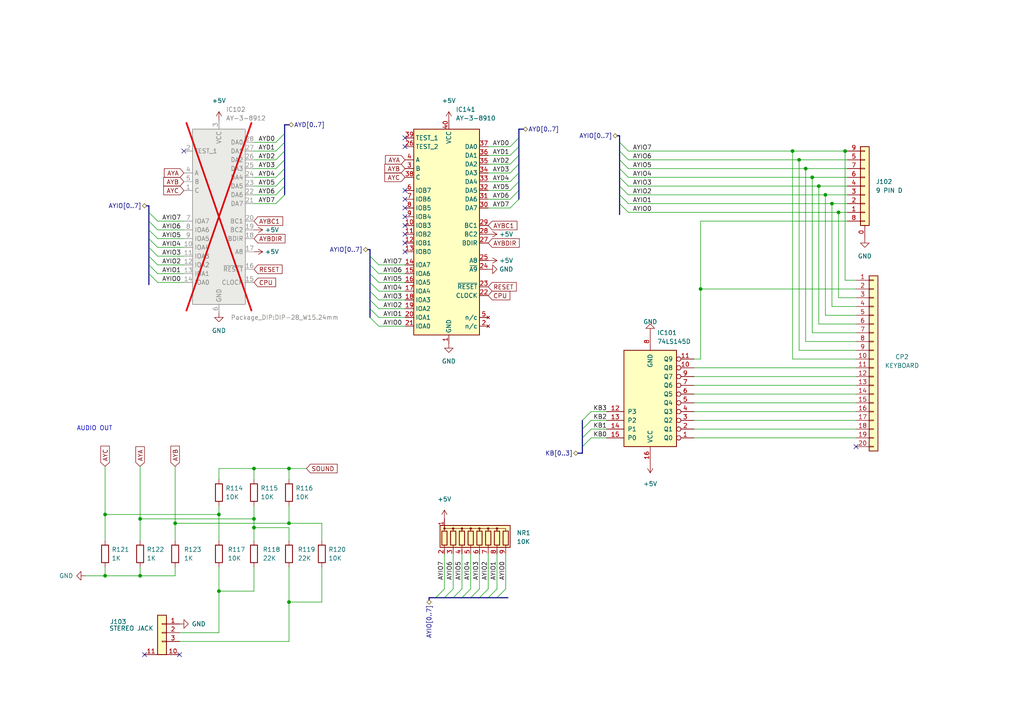
<source format=kicad_sch>
(kicad_sch (version 20230121) (generator eeschema)
  (paper "A4")
  (lib_symbols
    (symbol "74xx:74LS145" (pin_names (offset 1.016))
      (property "Reference" "U" (at -7.62 13.97 0))
      (property "Value" "74LS145" (at -7.62 -16.51 0))
      (symbol "74LS145_1_0"
        (pin open_collector inverted (at 12.7 10.16 180) (length 5.08) (name "Q0") (number "1"))
        (pin open_collector inverted (at 12.7 -10.16 180) (length 5.08) (name "Q8") (number "10"))
        (pin open_collector inverted (at 12.7 -12.7 180) (length 5.08) (name "Q9") (number "11"))
        (pin input line (at -12.7 2.54 0) (length 5.08) (name "P3") (number "12"))
        (pin input line (at -12.7 5.08 0) (length 5.08) (name "P2") (number "13"))
        (pin input line (at -12.7 7.62 0) (length 5.08) (name "P1") (number "14"))
        (pin input line (at -12.7 10.16 0) (length 5.08) (name "P0") (number "15"))
        (pin power_in line (at 0 17.78 270) (length 5.08) (name "VCC") (number "16"))
        (pin open_collector inverted (at 12.7 7.62 180) (length 5.08) (name "Q1") (number "2"))
        (pin open_collector inverted (at 12.7 5.08 180) (length 5.08) (name "Q2") (number "3"))
        (pin open_collector inverted (at 12.7 2.54 180) (length 5.08) (name "Q3") (number "4"))
        (pin open_collector inverted (at 12.7 0 180) (length 5.08) (name "Q4") (number "5"))
        (pin open_collector inverted (at 12.7 -2.54 180) (length 5.08) (name "Q5") (number "6"))
        (pin open_collector inverted (at 12.7 -5.08 180) (length 5.08) (name "Q6") (number "7"))
        (pin power_in line (at 0 -20.32 90) (length 5.08) (name "GND") (number "8"))
        (pin open_collector inverted (at 12.7 -7.62 180) (length 5.08) (name "Q7") (number "9"))
      )
      (symbol "74LS145_1_1"
        (rectangle (start -7.62 12.7) (end 7.62 -15.24) (stroke (width 0.254)) (fill (type background)))
      )
    )
    (symbol "Amstrad:AY-3-8910"
      (property "Reference" "U" (at -8.89 31.75 0))
      (property "Value" "AY-3-8910" (at 1.27 -30.48 0))
      (symbol "AY-3-8910_1_1"
        (rectangle (start -10.16 30.48) (end 8.89 -29.21) (stroke (width 0.254)) (fill (type background)))
        (pin power_in line (at 0 -31.75 90) (length 2.54) (name "GND") (number "1"))
        (pin input line (at -12.7 2.54 0) (length 2.54) (name "IOB3") (number "10"))
        (pin input line (at -12.7 0 0) (length 2.54) (name "IOB2") (number "11"))
        (pin input line (at -12.7 -2.54 0) (length 2.54) (name "IOB1") (number "12"))
        (pin input line (at -12.7 -5.08 0) (length 2.54) (name "IOB0") (number "13"))
        (pin input line (at -12.7 -8.89 0) (length 2.54) (name "IOA7") (number "14"))
        (pin input line (at -12.7 -11.43 0) (length 2.54) (name "IOA6") (number "15"))
        (pin input line (at -12.7 -13.97 0) (length 2.54) (name "IOA5") (number "16"))
        (pin input line (at -12.7 -16.51 0) (length 2.54) (name "IOA4") (number "17"))
        (pin input line (at -12.7 -19.05 0) (length 2.54) (name "IOA3") (number "18"))
        (pin input line (at -12.7 -21.59 0) (length 2.54) (name "IOA2") (number "19"))
        (pin no_connect line (at 11.43 -26.67 180) (length 2.54) (name "n/c") (number "2"))
        (pin input line (at -12.7 -24.13 0) (length 2.54) (name "IOA1") (number "20"))
        (pin input line (at -12.7 -26.67 0) (length 2.54) (name "IOA0") (number "21"))
        (pin input line (at 11.43 -17.78 180) (length 2.54) (name "CLOCK") (number "22"))
        (pin input line (at 11.43 -15.24 180) (length 2.54) (name "~{RESET}") (number "23"))
        (pin input line (at 11.43 -10.16 180) (length 2.54) (name "~{A9}") (number "24"))
        (pin input line (at 11.43 -7.62 180) (length 2.54) (name "A8") (number "25"))
        (pin passive line (at -12.7 25.4 0) (length 2.54) (name "TEST_2") (number "26"))
        (pin input line (at 11.43 -2.54 180) (length 2.54) (name "BDIR") (number "27"))
        (pin input line (at 11.43 0 180) (length 2.54) (name "BC2") (number "28"))
        (pin input line (at 11.43 2.54 180) (length 2.54) (name "BC1") (number "29"))
        (pin output line (at -12.7 19.05 0) (length 2.54) (name "B") (number "3"))
        (pin tri_state line (at 11.43 7.62 180) (length 2.54) (name "DA7") (number "30"))
        (pin tri_state line (at 11.43 10.16 180) (length 2.54) (name "DA6") (number "31"))
        (pin tri_state line (at 11.43 12.7 180) (length 2.54) (name "DA5") (number "32"))
        (pin tri_state line (at 11.43 15.24 180) (length 2.54) (name "DA4") (number "33"))
        (pin tri_state line (at 11.43 17.78 180) (length 2.54) (name "DA3") (number "34"))
        (pin tri_state line (at 11.43 20.32 180) (length 2.54) (name "DA2") (number "35"))
        (pin tri_state line (at 11.43 22.86 180) (length 2.54) (name "DA1") (number "36"))
        (pin tri_state line (at 11.43 25.4 180) (length 2.54) (name "DA0") (number "37"))
        (pin output line (at -12.7 16.51 0) (length 2.54) (name "C") (number "38"))
        (pin passive line (at -12.7 27.94 0) (length 2.54) (name "TEST_1") (number "39"))
        (pin output line (at -12.7 21.59 0) (length 2.54) (name "A") (number "4"))
        (pin power_in line (at 0 33.02 270) (length 2.54) (name "VCC") (number "40"))
        (pin no_connect line (at 11.43 -24.13 180) (length 2.54) (name "n/c") (number "5"))
        (pin input line (at -12.7 12.7 0) (length 2.54) (name "IOB7") (number "6"))
        (pin input line (at -12.7 10.16 0) (length 2.54) (name "IOB6") (number "7"))
        (pin input line (at -12.7 7.62 0) (length 2.54) (name "IOB5") (number "8"))
        (pin input line (at -12.7 5.08 0) (length 2.54) (name "IOB4") (number "9"))
      )
    )
    (symbol "Amstrad:AY-3-8912"
      (property "Reference" "U" (at -7.62 26.67 0))
      (property "Value" "AY-3-8912" (at 2.54 -26.67 0))
      (symbol "AY-3-8912_1_1"
        (rectangle (start -7.62 25.4) (end 7.62 -25.4) (stroke (width 0.254)) (fill (type background)))
        (pin output line (at -10.16 7.62 0) (length 2.54) (name "C") (number "1"))
        (pin input line (at -10.16 -8.89 0) (length 2.54) (name "IOA4") (number "10"))
        (pin input line (at -10.16 -11.43 0) (length 2.54) (name "IOA3") (number "11"))
        (pin input line (at -10.16 -13.97 0) (length 2.54) (name "IOA2") (number "12"))
        (pin input line (at -10.16 -16.51 0) (length 2.54) (name "IOA1") (number "13"))
        (pin input line (at -10.16 -19.05 0) (length 2.54) (name "IOA0") (number "14"))
        (pin input line (at 10.16 -19.05 180) (length 2.54) (name "CLOCK") (number "15"))
        (pin input line (at 10.16 -15.24 180) (length 2.54) (name "~{RESET}") (number "16"))
        (pin input line (at 10.16 -10.16 180) (length 2.54) (name "A8") (number "17"))
        (pin input line (at 10.16 -6.35 180) (length 2.54) (name "BDIR") (number "18"))
        (pin input line (at 10.16 -3.81 180) (length 2.54) (name "BC2") (number "19"))
        (pin passive line (at -10.16 19.05 0) (length 2.54) (name "TEST_1") (number "2"))
        (pin input line (at 10.16 -1.27 180) (length 2.54) (name "BC1") (number "20"))
        (pin tri_state line (at 10.16 3.81 180) (length 2.54) (name "DA7") (number "21"))
        (pin tri_state line (at 10.16 6.35 180) (length 2.54) (name "DA6") (number "22"))
        (pin tri_state line (at 10.16 8.89 180) (length 2.54) (name "DA5") (number "23"))
        (pin tri_state line (at 10.16 11.43 180) (length 2.54) (name "DA4") (number "24"))
        (pin tri_state line (at 10.16 13.97 180) (length 2.54) (name "DA3") (number "25"))
        (pin tri_state line (at 10.16 16.51 180) (length 2.54) (name "DA2") (number "26"))
        (pin tri_state line (at 10.16 19.05 180) (length 2.54) (name "DA1") (number "27"))
        (pin tri_state line (at 10.16 21.59 180) (length 2.54) (name "DA0") (number "28"))
        (pin power_in line (at 0 27.94 270) (length 2.54) (name "VCC") (number "3"))
        (pin output line (at -10.16 12.7 0) (length 2.54) (name "A") (number "4"))
        (pin output line (at -10.16 10.16 0) (length 2.54) (name "B") (number "5"))
        (pin power_in line (at 0 -27.94 90) (length 2.54) (name "GND") (number "6"))
        (pin input line (at -10.16 -1.27 0) (length 2.54) (name "IOA7") (number "7"))
        (pin input line (at -10.16 -3.81 0) (length 2.54) (name "IOA6") (number "8"))
        (pin input line (at -10.16 -6.35 0) (length 2.54) (name "IOA5") (number "9"))
      )
    )
    (symbol "CPC464-MINI:AUDIO" (pin_names (offset 1.016) hide)
      (property "Reference" "J103" (at 5.08 3.175 0))
      (property "Value" "AUDIO" (at 5.08 1.27 0))
      (symbol "AUDIO_1_1"
        (rectangle (start -1.27 -2.413) (end 0 -2.667) (stroke (width 0.1524)))
        (rectangle (start -1.27 0.127) (end 0 -0.127) (stroke (width 0.1524)))
        (rectangle (start -1.27 2.667) (end 0 2.413) (stroke (width 0.1524)))
        (rectangle (start -1.27 5.08) (end 1.27 -6.35) (stroke (width 0.254)) (fill (type background)))
        (pin passive line (at -5.08 2.54 0) (length 3.81) (name "1") (number "1"))
        (pin passive line (at -5.08 -6.35 0) (length 3.81) (name "10") (number "10"))
        (pin passive line (at 5.08 -6.35 180) (length 3.81) (name "11") (number "11"))
        (pin passive line (at -5.08 0 0) (length 3.81) (name "2") (number "2"))
        (pin passive line (at -5.08 -2.54 0) (length 3.81) (name "Ground") (number "3"))
      )
    )
    (symbol "CPC464-MINI:JOYSTICK" (pin_names (offset 1.016) hide)
      (property "Reference" "J102" (at 3.175 1.2701 0))
      (property "Value" "JOYSTICK" (at 3.175 -1.2699 0))
      (symbol "JOYSTICK_1_1"
        (rectangle (start -1.27 -10.033) (end 0 -10.287) (stroke (width 0.1524)))
        (rectangle (start -1.27 -7.493) (end 0 -7.747) (stroke (width 0.1524)))
        (rectangle (start -1.27 -4.953) (end 0 -5.207) (stroke (width 0.1524)))
        (rectangle (start -1.27 -2.413) (end 0 -2.667) (stroke (width 0.1524)))
        (rectangle (start -1.27 0.127) (end 0 -0.127) (stroke (width 0.1524)))
        (rectangle (start -1.27 2.667) (end 0 2.413) (stroke (width 0.1524)))
        (rectangle (start -1.27 5.207) (end 0 4.953) (stroke (width 0.1524)))
        (rectangle (start -1.27 7.747) (end 0 7.493) (stroke (width 0.1524)))
        (rectangle (start -1.27 10.287) (end 0 10.033) (stroke (width 0.1524)))
        (rectangle (start -1.27 11.43) (end 1.27 -11.43) (stroke (width 0.254)) (fill (type background)))
        (pin passive line (at 0 -15.24 90) (length 3.81) (name "GND") (number "0"))
        (pin passive line (at -5.08 -7.62 0) (length 3.81) (name "Pin_1") (number "1"))
        (pin passive line (at -5.08 -5.08 0) (length 3.81) (name "Pin_2") (number "2"))
        (pin passive line (at -5.08 -2.54 0) (length 3.81) (name "Pin_3") (number "3"))
        (pin passive line (at -5.08 0 0) (length 3.81) (name "Pin_4") (number "4"))
        (pin passive line (at -5.08 7.62 0) (length 3.81) (name "Pin_5") (number "5"))
        (pin passive line (at -5.08 2.54 0) (length 3.81) (name "Pin_6") (number "6"))
        (pin passive line (at -5.08 5.08 0) (length 3.81) (name "Pin_7") (number "7"))
        (pin passive line (at -5.08 -10.16 0) (length 3.81) (name "Pin_8") (number "8"))
        (pin passive line (at -5.08 10.16 0) (length 3.81) (name "Pin_9") (number "9"))
      )
    )
    (symbol "Connector_Generic:Conn_01x20" (pin_names (offset 1.016) hide)
      (property "Reference" "J" (at 0 25.4 0))
      (property "Value" "Conn_01x20" (at 0 -27.94 0))
      (symbol "Conn_01x20_1_1"
        (rectangle (start -1.27 -25.273) (end 0 -25.527) (stroke (width 0.1524)))
        (rectangle (start -1.27 -22.733) (end 0 -22.987) (stroke (width 0.1524)))
        (rectangle (start -1.27 -20.193) (end 0 -20.447) (stroke (width 0.1524)))
        (rectangle (start -1.27 -17.653) (end 0 -17.907) (stroke (width 0.1524)))
        (rectangle (start -1.27 -15.113) (end 0 -15.367) (stroke (width 0.1524)))
        (rectangle (start -1.27 -12.573) (end 0 -12.827) (stroke (width 0.1524)))
        (rectangle (start -1.27 -10.033) (end 0 -10.287) (stroke (width 0.1524)))
        (rectangle (start -1.27 -7.493) (end 0 -7.747) (stroke (width 0.1524)))
        (rectangle (start -1.27 -4.953) (end 0 -5.207) (stroke (width 0.1524)))
        (rectangle (start -1.27 -2.413) (end 0 -2.667) (stroke (width 0.1524)))
        (rectangle (start -1.27 0.127) (end 0 -0.127) (stroke (width 0.1524)))
        (rectangle (start -1.27 2.667) (end 0 2.413) (stroke (width 0.1524)))
        (rectangle (start -1.27 5.207) (end 0 4.953) (stroke (width 0.1524)))
        (rectangle (start -1.27 7.747) (end 0 7.493) (stroke (width 0.1524)))
        (rectangle (start -1.27 10.287) (end 0 10.033) (stroke (width 0.1524)))
        (rectangle (start -1.27 12.827) (end 0 12.573) (stroke (width 0.1524)))
        (rectangle (start -1.27 15.367) (end 0 15.113) (stroke (width 0.1524)))
        (rectangle (start -1.27 17.907) (end 0 17.653) (stroke (width 0.1524)))
        (rectangle (start -1.27 20.447) (end 0 20.193) (stroke (width 0.1524)))
        (rectangle (start -1.27 22.987) (end 0 22.733) (stroke (width 0.1524)))
        (rectangle (start -1.27 24.13) (end 1.27 -26.67) (stroke (width 0.254)) (fill (type background)))
        (pin passive line (at -5.08 22.86 0) (length 3.81) (name "Pin_1") (number "1"))
        (pin passive line (at -5.08 0 0) (length 3.81) (name "Pin_10") (number "10"))
        (pin passive line (at -5.08 -2.54 0) (length 3.81) (name "Pin_11") (number "11"))
        (pin passive line (at -5.08 -5.08 0) (length 3.81) (name "Pin_12") (number "12"))
        (pin passive line (at -5.08 -7.62 0) (length 3.81) (name "Pin_13") (number "13"))
        (pin passive line (at -5.08 -10.16 0) (length 3.81) (name "Pin_14") (number "14"))
        (pin passive line (at -5.08 -12.7 0) (length 3.81) (name "Pin_15") (number "15"))
        (pin passive line (at -5.08 -15.24 0) (length 3.81) (name "Pin_16") (number "16"))
        (pin passive line (at -5.08 -17.78 0) (length 3.81) (name "Pin_17") (number "17"))
        (pin passive line (at -5.08 -20.32 0) (length 3.81) (name "Pin_18") (number "18"))
        (pin passive line (at -5.08 -22.86 0) (length 3.81) (name "Pin_19") (number "19"))
        (pin passive line (at -5.08 20.32 0) (length 3.81) (name "Pin_2") (number "2"))
        (pin passive line (at -5.08 -25.4 0) (length 3.81) (name "Pin_20") (number "20"))
        (pin passive line (at -5.08 17.78 0) (length 3.81) (name "Pin_3") (number "3"))
        (pin passive line (at -5.08 15.24 0) (length 3.81) (name "Pin_4") (number "4"))
        (pin passive line (at -5.08 12.7 0) (length 3.81) (name "Pin_5") (number "5"))
        (pin passive line (at -5.08 10.16 0) (length 3.81) (name "Pin_6") (number "6"))
        (pin passive line (at -5.08 7.62 0) (length 3.81) (name "Pin_7") (number "7"))
        (pin passive line (at -5.08 5.08 0) (length 3.81) (name "Pin_8") (number "8"))
        (pin passive line (at -5.08 2.54 0) (length 3.81) (name "Pin_9") (number "9"))
      )
    )
    (symbol "Device:R" (pin_numbers hide) (pin_names (offset 0))
      (property "Reference" "R" (at 2.032 0 90))
      (property "Value" "R" (at 0 0 90))
      (symbol "R_0_1"
        (rectangle (start -1.016 -2.54) (end 1.016 2.54) (stroke (width 0.254)))
      )
      (symbol "R_1_1"
        (pin passive line (at 0 3.81 270) (length 1.27) (name "~") (number "1"))
        (pin passive line (at 0 -3.81 90) (length 1.27) (name "~") (number "2"))
      )
    )
    (symbol "Device:R_Network08" (pin_names (offset 0) hide)
      (property "Reference" "RN" (at -12.7 0 90))
      (property "Value" "R_Network08" (at 10.16 0 90))
      (symbol "R_Network08_0_1"
        (rectangle (start -11.43 -3.175) (end 8.89 3.175) (stroke (width 0.254)) (fill (type background)))
        (rectangle (start -10.922 1.524) (end -9.398 -2.54) (stroke (width 0.254)))
        (circle (center -10.16 2.286) (radius 0.254) (fill (type outline)))
        (rectangle (start -8.382 1.524) (end -6.858 -2.54) (stroke (width 0.254)))
        (circle (center -7.62 2.286) (radius 0.254) (fill (type outline)))
        (rectangle (start -5.842 1.524) (end -4.318 -2.54) (stroke (width 0.254)))
        (circle (center -5.08 2.286) (radius 0.254) (fill (type outline)))
        (rectangle (start -3.302 1.524) (end -1.778 -2.54) (stroke (width 0.254)))
        (circle (center -2.54 2.286) (radius 0.254) (fill (type outline)))
        (rectangle (start -0.762 1.524) (end 0.762 -2.54) (stroke (width 0.254)))
        (polyline (pts (xy -10.16 -2.54) (xy -10.16 -3.81)))
        (polyline (pts (xy -7.62 -2.54) (xy -7.62 -3.81)))
        (polyline (pts (xy -5.08 -2.54) (xy -5.08 -3.81)))
        (polyline (pts (xy -2.54 -2.54) (xy -2.54 -3.81)))
        (polyline (pts (xy 0 -2.54) (xy 0 -3.81)))
        (polyline (pts (xy 2.54 -2.54) (xy 2.54 -3.81)))
        (polyline (pts (xy 5.08 -2.54) (xy 5.08 -3.81)))
        (polyline (pts (xy 7.62 -2.54) (xy 7.62 -3.81)))
        (polyline (pts (xy -10.16 1.524) (xy -10.16 2.286) (xy -7.62 2.286) (xy -7.62 1.524)))
        (polyline (pts (xy -7.62 1.524) (xy -7.62 2.286) (xy -5.08 2.286) (xy -5.08 1.524)))
        (polyline (pts (xy -5.08 1.524) (xy -5.08 2.286) (xy -2.54 2.286) (xy -2.54 1.524)))
        (polyline (pts (xy -2.54 1.524) (xy -2.54 2.286) (xy 0 2.286) (xy 0 1.524)))
        (polyline (pts (xy 0 1.524) (xy 0 2.286) (xy 2.54 2.286) (xy 2.54 1.524)))
        (polyline (pts (xy 2.54 1.524) (xy 2.54 2.286) (xy 5.08 2.286) (xy 5.08 1.524)))
        (polyline (pts (xy 5.08 1.524) (xy 5.08 2.286) (xy 7.62 2.286) (xy 7.62 1.524)))
        (circle (center 0 2.286) (radius 0.254) (fill (type outline)))
        (rectangle (start 1.778 1.524) (end 3.302 -2.54) (stroke (width 0.254)))
        (circle (center 2.54 2.286) (radius 0.254) (fill (type outline)))
        (rectangle (start 4.318 1.524) (end 5.842 -2.54) (stroke (width 0.254)))
        (circle (center 5.08 2.286) (radius 0.254) (fill (type outline)))
        (rectangle (start 6.858 1.524) (end 8.382 -2.54) (stroke (width 0.254)))
      )
      (symbol "R_Network08_1_1"
        (pin passive line (at -10.16 5.08 270) (length 2.54) (name "common") (number "1"))
        (pin passive line (at -10.16 -5.08 90) (length 1.27) (name "R1") (number "2"))
        (pin passive line (at -7.62 -5.08 90) (length 1.27) (name "R2") (number "3"))
        (pin passive line (at -5.08 -5.08 90) (length 1.27) (name "R3") (number "4"))
        (pin passive line (at -2.54 -5.08 90) (length 1.27) (name "R4") (number "5"))
        (pin passive line (at 0 -5.08 90) (length 1.27) (name "R5") (number "6"))
        (pin passive line (at 2.54 -5.08 90) (length 1.27) (name "R6") (number "7"))
        (pin passive line (at 5.08 -5.08 90) (length 1.27) (name "R7") (number "8"))
        (pin passive line (at 7.62 -5.08 90) (length 1.27) (name "R8") (number "9"))
      )
    )
    (symbol "power:+5V" (power) (pin_names (offset 0))
      (property "Value" "+5V" (at 0 3.556 0))
      (symbol "+5V_0_1"
        (polyline (pts (xy -0.762 1.27) (xy 0 2.54)))
        (polyline (pts (xy 0 0) (xy 0 2.54)))
        (polyline (pts (xy 0 2.54) (xy 0.762 1.27)))
      )
      (symbol "+5V_1_1"
        (pin power_in line (at 0 0 90) (length 0) hide (name "+5V") (number "1"))
      )
    )
    (symbol "power:GND" (power) (pin_names (offset 0))
      (property "Value" "GND" (at 0 -3.81 0))
      (symbol "GND_0_1"
        (polyline (pts (xy 0 0) (xy 0 -1.27) (xy 1.27 -1.27) (xy 0 -2.54) (xy -1.27 -1.27) (xy 0 -1.27)))
      )
      (symbol "GND_1_1"
        (pin power_in line (at 0 0 270) (length 0) hide (name "GND") (number "1"))
      )
    )
  )
  (junction (at 83.82 135.89))
  (junction (at 73.66 150.495))
  (junction (at 83.82 174.625))
  (junction (at 229.87 43.815))
  (junction (at 231.775 46.355))
  (junction (at 233.68 48.895))
  (junction (at 30.48 167.005))
  (junction (at 203.2 83.82))
  (junction (at 243.205 61.595))
  (junction (at 50.8 151.765))
  (junction (at 235.585 51.435))
  (junction (at 83.82 151.765))
  (junction (at 73.66 135.89))
  (junction (at 245.11 43.815))
  (junction (at 40.64 167.005))
  (junction (at 73.66 153.035))
  (junction (at 237.49 53.975))
  (junction (at 30.48 149.225))
  (junction (at 63.5 149.225))
  (junction (at 63.5 171.45))
  (junction (at 239.395 56.515))
  (junction (at 40.64 150.495))
  (junction (at 241.3 59.055))
  (no_connect (at 117.475 67.945))
  (no_connect (at 52.07 189.865))
  (no_connect (at 117.475 42.545))
  (no_connect (at 117.475 55.245))
  (no_connect (at 41.91 189.865))
  (no_connect (at 53.34 43.815))
  (no_connect (at 117.475 40.005))
  (no_connect (at 117.475 65.405))
  (no_connect (at 117.475 62.865))
  (no_connect (at 117.475 73.025))
  (no_connect (at 117.475 70.485))
  (no_connect (at 117.475 57.785))
  (no_connect (at 248.285 129.54))
  (no_connect (at 117.475 60.325))
  (bus_entry (at 107.315 81.915) (size 2.54 2.54))
  (bus_entry (at 168.91 124.46) (size 2.54 -2.54))
  (bus_entry (at 107.315 89.535) (size 2.54 2.54))
  (bus_entry (at 80.01 51.435) (size 2.54 -2.54))
  (bus_entry (at 168.91 121.92) (size 2.54 -2.54))
  (bus_entry (at 147.955 57.785) (size 2.54 -2.54))
  (bus_entry (at 43.18 61.595) (size 2.54 2.54))
  (bus_entry (at 107.315 76.835) (size 2.54 2.54))
  (bus_entry (at 133.985 173.355) (size 2.54 -2.54))
  (bus_entry (at 144.145 173.355) (size 2.54 -2.54))
  (bus_entry (at 131.445 173.355) (size 2.54 -2.54))
  (bus_entry (at 179.705 53.975) (size 2.54 2.54))
  (bus_entry (at 43.18 76.835) (size 2.54 2.54))
  (bus_entry (at 147.955 42.545) (size 2.54 -2.54))
  (bus_entry (at 179.705 48.895) (size 2.54 2.54))
  (bus_entry (at 141.605 173.355) (size 2.54 -2.54))
  (bus_entry (at 80.01 43.815) (size 2.54 -2.54))
  (bus_entry (at 80.01 48.895) (size 2.54 -2.54))
  (bus_entry (at 43.18 64.135) (size 2.54 2.54))
  (bus_entry (at 139.065 173.355) (size 2.54 -2.54))
  (bus_entry (at 107.315 74.295) (size 2.54 2.54))
  (bus_entry (at 168.91 129.54) (size 2.54 -2.54))
  (bus_entry (at 147.955 52.705) (size 2.54 -2.54))
  (bus_entry (at 179.705 46.355) (size 2.54 2.54))
  (bus_entry (at 147.955 50.165) (size 2.54 -2.54))
  (bus_entry (at 80.01 59.055) (size 2.54 -2.54))
  (bus_entry (at 179.705 59.055) (size 2.54 2.54))
  (bus_entry (at 43.18 66.675) (size 2.54 2.54))
  (bus_entry (at 43.18 79.375) (size 2.54 2.54))
  (bus_entry (at 128.905 173.355) (size 2.54 -2.54))
  (bus_entry (at 147.955 45.085) (size 2.54 -2.54))
  (bus_entry (at 179.705 43.815) (size 2.54 2.54))
  (bus_entry (at 179.705 41.275) (size 2.54 2.54))
  (bus_entry (at 43.18 74.295) (size 2.54 2.54))
  (bus_entry (at 179.705 56.515) (size 2.54 2.54))
  (bus_entry (at 126.365 173.355) (size 2.54 -2.54))
  (bus_entry (at 107.315 92.075) (size 2.54 2.54))
  (bus_entry (at 147.955 47.625) (size 2.54 -2.54))
  (bus_entry (at 168.91 127) (size 2.54 -2.54))
  (bus_entry (at 107.315 86.995) (size 2.54 2.54))
  (bus_entry (at 80.01 46.355) (size 2.54 -2.54))
  (bus_entry (at 147.955 55.245) (size 2.54 -2.54))
  (bus_entry (at 80.01 41.275) (size 2.54 -2.54))
  (bus_entry (at 80.01 56.515) (size 2.54 -2.54))
  (bus_entry (at 136.525 173.355) (size 2.54 -2.54))
  (bus_entry (at 107.315 79.375) (size 2.54 2.54))
  (bus_entry (at 179.705 51.435) (size 2.54 2.54))
  (bus_entry (at 107.315 84.455) (size 2.54 2.54))
  (bus_entry (at 80.01 53.975) (size 2.54 -2.54))
  (bus_entry (at 43.18 71.755) (size 2.54 2.54))
  (bus_entry (at 147.955 60.325) (size 2.54 -2.54))
  (bus_entry (at 43.18 69.215) (size 2.54 2.54))
  (wire (pts (xy 235.585 96.52) (xy 235.585 51.435)))
  (wire (pts (xy 93.345 174.625) (xy 93.345 164.465)))
  (bus (pts (xy 43.18 66.675) (xy 43.18 69.215)))
  (wire (pts (xy 203.2 83.82) (xy 203.2 64.135)))
  (wire (pts (xy 45.72 76.835) (xy 53.34 76.835)))
  (bus (pts (xy 179.705 48.895) (xy 179.705 51.435)))
  (bus (pts (xy 107.315 79.375) (xy 107.315 81.915)))
  (wire (pts (xy 241.3 59.055) (xy 245.745 59.055)))
  (wire (pts (xy 83.82 135.89) (xy 83.82 139.065)))
  (wire (pts (xy 128.905 170.815) (xy 128.905 160.655)))
  (wire (pts (xy 52.07 186.055) (xy 83.82 186.055)))
  (wire (pts (xy 50.8 135.255) (xy 50.8 151.765)))
  (bus (pts (xy 43.18 69.215) (xy 43.18 71.755)))
  (bus (pts (xy 82.55 36.195) (xy 82.55 38.735)))
  (wire (pts (xy 201.295 109.22) (xy 248.285 109.22)))
  (wire (pts (xy 248.285 101.6) (xy 231.775 101.6)))
  (bus (pts (xy 107.315 74.295) (xy 107.315 76.835)))
  (bus (pts (xy 43.18 76.835) (xy 43.18 79.375)))
  (wire (pts (xy 73.66 51.435) (xy 80.01 51.435)))
  (wire (pts (xy 30.48 164.465) (xy 30.48 167.005)))
  (wire (pts (xy 182.245 48.895) (xy 233.68 48.895)))
  (wire (pts (xy 237.49 93.98) (xy 237.49 53.975)))
  (wire (pts (xy 136.525 170.815) (xy 136.525 160.655)))
  (wire (pts (xy 40.64 164.465) (xy 40.64 167.005)))
  (wire (pts (xy 63.5 135.89) (xy 73.66 135.89)))
  (wire (pts (xy 146.685 170.815) (xy 146.685 160.655)))
  (wire (pts (xy 233.68 48.895) (xy 245.745 48.895)))
  (wire (pts (xy 83.82 135.89) (xy 88.9 135.89)))
  (wire (pts (xy 241.3 88.9) (xy 241.3 59.055)))
  (wire (pts (xy 237.49 53.975) (xy 245.745 53.975)))
  (bus (pts (xy 179.705 56.515) (xy 179.705 59.055)))
  (wire (pts (xy 109.855 84.455) (xy 117.475 84.455)))
  (wire (pts (xy 243.205 61.595) (xy 245.745 61.595)))
  (bus (pts (xy 136.525 173.355) (xy 139.065 173.355)))
  (bus (pts (xy 124.46 173.99) (xy 124.46 173.355)))
  (wire (pts (xy 73.66 171.45) (xy 63.5 171.45)))
  (wire (pts (xy 248.285 96.52) (xy 235.585 96.52)))
  (wire (pts (xy 73.66 48.895) (xy 80.01 48.895)))
  (wire (pts (xy 229.87 104.14) (xy 229.87 43.815)))
  (bus (pts (xy 82.55 41.275) (xy 82.55 43.815)))
  (wire (pts (xy 83.82 151.765) (xy 83.82 146.685)))
  (wire (pts (xy 50.8 167.005) (xy 50.8 164.465)))
  (bus (pts (xy 141.605 173.355) (xy 144.145 173.355)))
  (bus (pts (xy 151.765 37.465) (xy 150.495 37.465)))
  (wire (pts (xy 201.295 106.68) (xy 248.285 106.68)))
  (wire (pts (xy 245.11 81.28) (xy 245.11 43.815)))
  (bus (pts (xy 179.705 39.37) (xy 179.705 41.275)))
  (wire (pts (xy 233.68 99.06) (xy 233.68 48.895)))
  (bus (pts (xy 139.065 173.355) (xy 141.605 173.355)))
  (bus (pts (xy 168.91 127) (xy 168.91 124.46)))
  (bus (pts (xy 106.68 72.39) (xy 107.315 72.39)))
  (bus (pts (xy 107.315 89.535) (xy 107.315 92.075)))
  (bus (pts (xy 179.705 59.055) (xy 179.705 62.23)))
  (bus (pts (xy 107.315 84.455) (xy 107.315 86.995)))
  (bus (pts (xy 150.495 52.705) (xy 150.495 55.245)))
  (bus (pts (xy 124.46 173.355) (xy 126.365 173.355)))
  (wire (pts (xy 63.5 139.065) (xy 63.5 135.89)))
  (bus (pts (xy 168.91 124.46) (xy 168.91 121.92)))
  (wire (pts (xy 45.72 66.675) (xy 53.34 66.675)))
  (bus (pts (xy 131.445 173.355) (xy 133.985 173.355)))
  (wire (pts (xy 30.48 149.225) (xy 30.48 156.845)))
  (bus (pts (xy 83.82 36.195) (xy 82.55 36.195)))
  (wire (pts (xy 73.66 56.515) (xy 80.01 56.515)))
  (wire (pts (xy 245.11 43.815) (xy 229.87 43.815)))
  (wire (pts (xy 248.285 99.06) (xy 233.68 99.06)))
  (wire (pts (xy 239.395 91.44) (xy 239.395 56.515)))
  (wire (pts (xy 141.605 57.785) (xy 147.955 57.785)))
  (bus (pts (xy 43.18 74.295) (xy 43.18 76.835)))
  (bus (pts (xy 43.18 64.135) (xy 43.18 66.675)))
  (wire (pts (xy 248.285 81.28) (xy 245.11 81.28)))
  (wire (pts (xy 171.45 127) (xy 175.895 127)))
  (wire (pts (xy 63.5 171.45) (xy 63.5 164.465)))
  (bus (pts (xy 150.495 55.245) (xy 150.495 57.785)))
  (bus (pts (xy 179.705 53.975) (xy 179.705 56.515)))
  (wire (pts (xy 141.605 60.325) (xy 147.955 60.325)))
  (wire (pts (xy 141.605 52.705) (xy 147.955 52.705)))
  (wire (pts (xy 243.205 61.595) (xy 243.205 86.36)))
  (bus (pts (xy 179.705 51.435) (xy 179.705 53.975)))
  (wire (pts (xy 45.72 69.215) (xy 53.34 69.215)))
  (wire (pts (xy 73.66 150.495) (xy 73.66 146.685)))
  (wire (pts (xy 231.775 101.6) (xy 231.775 46.355)))
  (bus (pts (xy 128.905 173.355) (xy 131.445 173.355)))
  (wire (pts (xy 52.07 183.515) (xy 63.5 183.515)))
  (wire (pts (xy 73.66 59.055) (xy 80.01 59.055)))
  (wire (pts (xy 40.64 135.255) (xy 40.64 150.495)))
  (wire (pts (xy 141.605 55.245) (xy 147.955 55.245)))
  (bus (pts (xy 179.705 46.355) (xy 179.705 48.895)))
  (wire (pts (xy 248.285 91.44) (xy 239.395 91.44)))
  (wire (pts (xy 109.855 81.915) (xy 117.475 81.915)))
  (wire (pts (xy 109.855 79.375) (xy 117.475 79.375)))
  (bus (pts (xy 168.91 131.445) (xy 168.91 129.54)))
  (wire (pts (xy 201.295 119.38) (xy 248.285 119.38)))
  (wire (pts (xy 231.775 46.355) (xy 245.745 46.355)))
  (bus (pts (xy 82.55 51.435) (xy 82.55 53.975)))
  (wire (pts (xy 201.295 114.3) (xy 248.285 114.3)))
  (bus (pts (xy 82.55 46.355) (xy 82.55 48.895)))
  (wire (pts (xy 83.82 174.625) (xy 93.345 174.625)))
  (wire (pts (xy 248.285 88.9) (xy 241.3 88.9)))
  (bus (pts (xy 107.315 72.39) (xy 107.315 74.295)))
  (bus (pts (xy 42.545 59.69) (xy 43.18 59.69)))
  (wire (pts (xy 201.295 121.92) (xy 248.285 121.92)))
  (wire (pts (xy 171.45 121.92) (xy 175.895 121.92)))
  (wire (pts (xy 131.445 170.815) (xy 131.445 160.655)))
  (wire (pts (xy 83.82 156.845) (xy 83.82 153.035)))
  (wire (pts (xy 109.855 89.535) (xy 117.475 89.535)))
  (bus (pts (xy 150.495 45.085) (xy 150.495 47.625)))
  (wire (pts (xy 182.245 56.515) (xy 239.395 56.515)))
  (wire (pts (xy 63.5 149.225) (xy 63.5 156.845)))
  (wire (pts (xy 24.765 167.005) (xy 30.48 167.005)))
  (wire (pts (xy 133.985 170.815) (xy 133.985 160.655)))
  (wire (pts (xy 73.66 43.815) (xy 80.01 43.815)))
  (wire (pts (xy 93.345 151.765) (xy 93.345 156.845)))
  (bus (pts (xy 82.55 48.895) (xy 82.55 51.435)))
  (wire (pts (xy 201.295 116.84) (xy 248.285 116.84)))
  (bus (pts (xy 168.91 129.54) (xy 168.91 127)))
  (wire (pts (xy 73.66 135.89) (xy 83.82 135.89)))
  (bus (pts (xy 107.315 86.995) (xy 107.315 89.535)))
  (wire (pts (xy 201.295 104.14) (xy 203.2 104.14)))
  (wire (pts (xy 141.605 50.165) (xy 147.955 50.165)))
  (wire (pts (xy 203.2 64.135) (xy 245.745 64.135)))
  (wire (pts (xy 83.82 151.765) (xy 93.345 151.765)))
  (wire (pts (xy 83.82 164.465) (xy 83.82 174.625)))
  (bus (pts (xy 43.18 79.375) (xy 43.18 82.55)))
  (bus (pts (xy 150.495 50.165) (xy 150.495 52.705)))
  (bus (pts (xy 179.07 39.37) (xy 179.705 39.37)))
  (bus (pts (xy 179.705 43.815) (xy 179.705 46.355)))
  (wire (pts (xy 203.2 104.14) (xy 203.2 83.82)))
  (wire (pts (xy 83.82 153.035) (xy 73.66 153.035)))
  (wire (pts (xy 201.295 111.76) (xy 248.285 111.76)))
  (bus (pts (xy 126.365 173.355) (xy 128.905 173.355)))
  (wire (pts (xy 45.72 64.135) (xy 53.34 64.135)))
  (wire (pts (xy 83.82 186.055) (xy 83.82 174.625)))
  (wire (pts (xy 63.5 183.515) (xy 63.5 171.45)))
  (bus (pts (xy 107.315 76.835) (xy 107.315 79.375)))
  (wire (pts (xy 45.72 71.755) (xy 53.34 71.755)))
  (wire (pts (xy 141.605 45.085) (xy 147.955 45.085)))
  (wire (pts (xy 40.64 150.495) (xy 73.66 150.495)))
  (bus (pts (xy 43.18 71.755) (xy 43.18 74.295)))
  (wire (pts (xy 45.72 81.915) (xy 53.34 81.915)))
  (bus (pts (xy 43.18 61.595) (xy 43.18 64.135)))
  (wire (pts (xy 30.48 135.255) (xy 30.48 149.225)))
  (wire (pts (xy 201.295 127) (xy 248.285 127)))
  (bus (pts (xy 43.18 59.69) (xy 43.18 61.595)))
  (wire (pts (xy 30.48 149.225) (xy 63.5 149.225)))
  (wire (pts (xy 141.605 42.545) (xy 147.955 42.545)))
  (wire (pts (xy 239.395 56.515) (xy 245.745 56.515)))
  (bus (pts (xy 150.495 37.465) (xy 150.495 40.005)))
  (wire (pts (xy 73.66 153.035) (xy 73.66 156.845)))
  (wire (pts (xy 73.66 164.465) (xy 73.66 171.45)))
  (wire (pts (xy 45.72 79.375) (xy 53.34 79.375)))
  (bus (pts (xy 82.55 43.815) (xy 82.55 46.355)))
  (wire (pts (xy 182.245 51.435) (xy 235.585 51.435)))
  (wire (pts (xy 109.855 86.995) (xy 117.475 86.995)))
  (wire (pts (xy 144.145 170.815) (xy 144.145 160.655)))
  (wire (pts (xy 235.585 51.435) (xy 245.745 51.435)))
  (wire (pts (xy 248.285 104.14) (xy 229.87 104.14)))
  (wire (pts (xy 243.205 86.36) (xy 248.285 86.36)))
  (wire (pts (xy 109.855 92.075) (xy 117.475 92.075)))
  (wire (pts (xy 171.45 124.46) (xy 175.895 124.46)))
  (bus (pts (xy 82.55 38.735) (xy 82.55 41.275)))
  (bus (pts (xy 82.55 53.975) (xy 82.55 56.515)))
  (wire (pts (xy 245.745 43.815) (xy 245.11 43.815)))
  (bus (pts (xy 150.495 42.545) (xy 150.495 45.085)))
  (bus (pts (xy 133.985 173.355) (xy 136.525 173.355)))
  (bus (pts (xy 107.315 81.915) (xy 107.315 84.455)))
  (wire (pts (xy 50.8 151.765) (xy 50.8 156.845)))
  (wire (pts (xy 40.64 167.005) (xy 50.8 167.005)))
  (wire (pts (xy 182.245 61.595) (xy 243.205 61.595)))
  (wire (pts (xy 203.2 83.82) (xy 248.285 83.82)))
  (wire (pts (xy 141.605 170.815) (xy 141.605 160.655)))
  (wire (pts (xy 73.66 46.355) (xy 80.01 46.355)))
  (wire (pts (xy 182.245 53.975) (xy 237.49 53.975)))
  (bus (pts (xy 150.495 40.005) (xy 150.495 42.545)))
  (wire (pts (xy 182.245 46.355) (xy 231.775 46.355)))
  (wire (pts (xy 201.295 124.46) (xy 248.285 124.46)))
  (bus (pts (xy 167.64 131.445) (xy 168.91 131.445)))
  (wire (pts (xy 73.66 53.975) (xy 80.01 53.975)))
  (bus (pts (xy 179.705 41.275) (xy 179.705 43.815)))
  (wire (pts (xy 109.855 94.615) (xy 117.475 94.615)))
  (wire (pts (xy 73.66 41.275) (xy 80.01 41.275)))
  (wire (pts (xy 73.66 135.89) (xy 73.66 139.065)))
  (wire (pts (xy 40.64 150.495) (xy 40.64 156.845)))
  (bus (pts (xy 150.495 47.625) (xy 150.495 50.165)))
  (wire (pts (xy 45.72 74.295) (xy 53.34 74.295)))
  (wire (pts (xy 73.66 150.495) (xy 73.66 153.035)))
  (bus (pts (xy 144.145 173.355) (xy 147.32 173.355)))
  (wire (pts (xy 109.855 76.835) (xy 117.475 76.835)))
  (wire (pts (xy 30.48 167.005) (xy 40.64 167.005)))
  (wire (pts (xy 248.285 93.98) (xy 237.49 93.98)))
  (wire (pts (xy 50.8 151.765) (xy 83.82 151.765)))
  (wire (pts (xy 171.45 119.38) (xy 175.895 119.38)))
  (wire (pts (xy 139.065 170.815) (xy 139.065 160.655)))
  (wire (pts (xy 182.245 59.055) (xy 241.3 59.055)))
  (wire (pts (xy 182.245 43.815) (xy 229.87 43.815)))
  (wire (pts (xy 141.605 47.625) (xy 147.955 47.625)))
  (wire (pts (xy 63.5 149.225) (xy 63.5 146.685)))
  (text "AUDIO OUT\n" (at 22.225 125.095 0) (effects (font (size 1.27 1.27)) (justify left bottom)))
  (label "AYD1" (at 142.875 45.085 0))
  (label "AYD7" (at 74.93 59.055 0))
  (label "AYD5" (at 142.875 55.245 0))
  (label "AYIO5" (at 183.515 48.895 0))
  (label "KB1" (at 172.085 124.46 0))
  (label "KB0" (at 172.085 127 0))
  (label "AYIO2" (at 46.99 76.835 0))
  (label "KB3" (at 172.085 119.38 0))
  (label "AYIO2" (at 111.125 89.535 0))
  (label "AYIO0" (at 46.99 81.915 0))
  (label "AYIO0" (at 183.515 61.595 0))
  (label "AYIO6" (at 46.99 66.675 0))
  (label "AYD1" (at 74.93 43.815 0))
  (label "AYIO6" (at 183.515 46.355 0))
  (label "AYIO2" (at 183.515 56.515 0))
  (label "AYIO4" (at 183.515 51.435 0))
  (label "AYIO0" (at 111.125 94.615 0))
  (label "AYD0" (at 74.93 41.275 0))
  (label "AYIO4" (at 136.525 168.275 90))
  (label "AYIO4" (at 111.125 84.455 0))
  (label "AYD6" (at 142.875 57.785 0))
  (label "AYD7" (at 142.875 60.325 0))
  (label "AYIO1" (at 183.515 59.055 0))
  (label "AYIO5" (at 111.125 81.915 0))
  (label "AYIO7" (at 111.125 76.835 0))
  (label "AYIO7" (at 183.515 43.815 0))
  (label "AYIO0" (at 146.685 168.275 90))
  (label "AYIO3" (at 46.99 74.295 0))
  (label "AYIO7" (at 46.99 64.135 0))
  (label "AYIO5" (at 133.985 168.275 90))
  (label "AYIO3" (at 111.125 86.995 0))
  (label "AYIO1" (at 144.145 168.275 90))
  (label "AYIO1" (at 46.99 79.375 0))
  (label "AYIO6" (at 131.445 168.275 90))
  (label "AYD3" (at 74.93 48.895 0))
  (label "AYIO1" (at 111.125 92.075 0))
  (label "AYD4" (at 142.875 52.705 0))
  (label "AYIO2" (at 141.605 168.275 90))
  (label "KB2" (at 172.085 121.92 0))
  (label "AYD3" (at 142.875 50.165 0))
  (label "AYD2" (at 74.93 46.355 0))
  (label "AYIO4" (at 46.99 71.755 0))
  (label "AYD2" (at 142.875 47.625 0))
  (label "AYIO7" (at 128.905 168.275 90))
  (label "AYD5" (at 74.93 53.975 0))
  (label "AYD0" (at 142.875 42.545 0))
  (label "AYD4" (at 74.93 51.435 0))
  (label "AYIO6" (at 111.125 79.375 0))
  (label "AYD6" (at 74.93 56.515 0))
  (label "AYIO3" (at 183.515 53.975 0))
  (label "AYIO5" (at 46.99 69.215 0))
  (label "AYIO3" (at 139.065 168.275 90))
  (global_label "AYC" (shape input) (at 53.34 55.245 180) (property "Intersheetrefs" "${INTERSHEET_REFS}" (effects hide)))
  (global_label "AYC" (shape input) (at 30.48 135.255 90) (property "Intersheetrefs" "${INTERSHEET_REFS}" (effects hide)))
  (global_label "AYA" (shape input) (at 117.475 46.355 180) (property "Intersheetrefs" "${INTERSHEET_REFS}" (effects hide)))
  (global_label "AYBC1" (shape input) (at 73.66 64.135 0) (property "Intersheetrefs" "${INTERSHEET_REFS}" (effects hide)))
  (global_label "AYC" (shape input) (at 117.475 51.435 180) (property "Intersheetrefs" "${INTERSHEET_REFS}" (effects hide)))
  (global_label "AYA" (shape input) (at 40.64 135.255 90) (property "Intersheetrefs" "${INTERSHEET_REFS}" (effects hide)))
  (global_label "AYB" (shape input) (at 53.34 52.705 180) (property "Intersheetrefs" "${INTERSHEET_REFS}" (effects hide)))
  (global_label "AYA" (shape input) (at 53.34 50.165 180) (property "Intersheetrefs" "${INTERSHEET_REFS}" (effects hide)))
  (global_label "AYBC1" (shape input) (at 141.605 65.405 0) (property "Intersheetrefs" "${INTERSHEET_REFS}" (effects hide)))
  (global_label "AYB" (shape input) (at 117.475 48.895 180) (property "Intersheetrefs" "${INTERSHEET_REFS}" (effects hide)))
  (global_label "CPU" (shape input) (at 73.66 81.915 0) (property "Intersheetrefs" "${INTERSHEET_REFS}" (effects hide)))
  (global_label "AYBDIR" (shape input) (at 73.66 69.215 0) (property "Intersheetrefs" "${INTERSHEET_REFS}" (effects hide)))
  (global_label "CPU" (shape input) (at 141.605 85.725 0) (property "Intersheetrefs" "${INTERSHEET_REFS}" (effects hide)))
  (global_label "RESET" (shape input) (at 73.66 78.105 0) (property "Intersheetrefs" "${INTERSHEET_REFS}" (effects hide)))
  (global_label "SOUND" (shape input) (at 88.9 135.89 0) (property "Intersheetrefs" "${INTERSHEET_REFS}" (effects hide)))
  (global_label "AYB" (shape input) (at 50.8 135.255 90) (property "Intersheetrefs" "${INTERSHEET_REFS}" (effects hide)))
  (global_label "AYBDIR" (shape input) (at 141.605 70.485 0) (property "Intersheetrefs" "${INTERSHEET_REFS}" (effects hide)))
  (global_label "RESET" (shape input) (at 141.605 83.185 0) (property "Intersheetrefs" "${INTERSHEET_REFS}" (effects hide)))
  (hierarchical_label "AYIO[0..7]" (shape bidirectional) (at 179.07 39.37 180))
  (hierarchical_label "AYD[0..7]" (shape bidirectional) (at 151.765 37.465 0))
  (hierarchical_label "AYD[0..7]" (shape bidirectional) (at 83.82 36.195 0))
  (hierarchical_label "KB[0..3]" (shape bidirectional) (at 167.64 131.445 180))
  (hierarchical_label "AYIO[0..7]" (shape bidirectional) (at 42.545 59.69 180))
  (hierarchical_label "AYIO[0..7]" (shape bidirectional) (at 106.68 72.39 180))
  (hierarchical_label "AYIO[0..7]" (shape bidirectional) (at 124.46 173.99 270))
  (symbol (lib_id "Device:R") (at 63.5 160.655 180) (unit 1)
    (property "Reference" "R117" (at 66.04 159.3849 0) (effects (justify right)))
    (property "Value" "10K" (at 66.04 161.9249 0) (effects (justify right)))
    (property "Footprint" "Resistor_SMD:R_0805_2012Metric" (effects hide))
    (property "LCSC" "C84376" (effects hide))
  )
  (symbol (lib_id "power:+5V") (at 73.66 66.675 270) (unit 1)
    (property "Reference" "#PWR0148" (effects hide))
    (property "Value" "+5V" (at 76.835 66.6749 90) (effects (justify left)))
  )
  (symbol (lib_id "Device:R") (at 83.82 142.875 180) (unit 1)
    (property "Reference" "R116" (at 85.725 141.6049 0) (effects (justify right)))
    (property "Value" "10K" (at 85.725 144.1449 0) (effects (justify right)))
    (property "Footprint" "Resistor_SMD:R_0805_2012Metric" (effects hide))
    (property "LCSC" "C84376" (effects hide))
  )
  (symbol (lib_id "power:GND") (at 250.825 69.215 0) (unit 1)
    (property "Reference" "#PWR0135" (effects hide))
    (property "Value" "GND" (at 250.825 74.295 0))
  )
  (symbol (lib_id "power:GND") (at 63.5 90.805 0) (unit 1)
    (property "Reference" "#PWR0146" (effects hide))
    (property "Value" "GND" (at 63.5 95.885 0))
  )
  (symbol (lib_id "CPC464-MINI:AUDIO") (at 46.99 183.515 0) (mirror y) (unit 1)
    (property "Reference" "J103" (at 34.29 180.34 0))
    (property "Value" "STEREO JACK" (at 38.1 182.245 0))
    (property "Footprint" "CPC464-MINI:STEREO" (effects hide))
  )
  (symbol (lib_id "Amstrad:AY-3-8910") (at 130.175 67.945 0) (unit 1)
    (property "Reference" "IC141" (at 132.1944 31.75 0) (effects (justify left)))
    (property "Value" "AY-3-8910" (at 132.1944 34.29 0) (effects (justify left)))
    (property "Footprint" "Package_DIP:DIP-40_W15.24mm" (effects hide))
  )
  (symbol (lib_id "Device:R") (at 83.82 160.655 180) (unit 1)
    (property "Reference" "R119" (at 86.36 159.3849 0) (effects (justify right)))
    (property "Value" "22K" (at 86.36 161.9249 0) (effects (justify right)))
    (property "Footprint" "Resistor_SMD:R_0805_2012Metric" (effects hide))
    (property "LCSC" "C114565" (effects hide))
  )
  (symbol (lib_id "power:+5V") (at 141.605 67.945 270) (unit 1)
    (property "Reference" "#PWR0214" (effects hide))
    (property "Value" "+5V" (at 144.78 67.9449 90) (effects (justify left)))
  )
  (symbol (lib_id "Device:R") (at 50.8 160.655 180) (unit 1)
    (property "Reference" "R123" (at 53.34 159.3849 0) (effects (justify right)))
    (property "Value" "1K" (at 53.34 161.9249 0) (effects (justify right)))
    (property "Footprint" "Resistor_SMD:R_0805_2012Metric" (effects hide))
    (property "LCSC" "C482939" (effects hide))
  )
  (symbol (lib_id "power:GND") (at 24.765 167.005 270) (unit 1)
    (property "Reference" "#PWR0145" (effects hide))
    (property "Value" "GND" (at 17.145 167.005 90) (effects (justify left)))
  )
  (symbol (lib_id "power:GND") (at 52.07 180.975 90) (unit 1)
    (property "Reference" "#PWR0136" (effects hide))
    (property "Value" "GND" (at 59.69 180.975 90) (effects (justify left)))
  )
  (symbol (lib_id "Device:R") (at 30.48 160.655 180) (unit 1)
    (property "Reference" "R121" (at 32.385 159.3849 0) (effects (justify right)))
    (property "Value" "1K" (at 32.385 161.9249 0) (effects (justify right)))
    (property "Footprint" "Resistor_SMD:R_0805_2012Metric" (effects hide))
    (property "LCSC" "C482939" (effects hide))
  )
  (symbol (lib_id "Device:R") (at 73.66 160.655 180) (unit 1)
    (property "Reference" "R118" (at 76.2 159.3849 0) (effects (justify right)))
    (property "Value" "22K" (at 76.2 161.9249 0) (effects (justify right)))
    (property "Footprint" "Resistor_SMD:R_0805_2012Metric" (effects hide))
    (property "LCSC" "C114565" (effects hide))
  )
  (symbol (lib_id "power:+5V") (at 73.66 73.025 270) (unit 1)
    (property "Reference" "#PWR0147" (effects hide))
    (property "Value" "+5V" (at 76.835 73.0249 90) (effects (justify left)))
  )
  (symbol (lib_id "power:+5V") (at 141.605 75.565 270) (unit 1)
    (property "Reference" "#PWR0215" (effects hide))
    (property "Value" "+5V" (at 144.78 75.5649 90) (effects (justify left)))
  )
  (symbol (lib_id "power:GND") (at 130.175 99.695 0) (unit 1)
    (property "Reference" "#PWR0211" (effects hide))
    (property "Value" "GND" (at 130.175 104.775 0))
  )
  (symbol (lib_id "Device:R_Network08") (at 139.065 155.575 0) (unit 1)
    (property "Reference" "NR1" (at 149.86 154.5589 0) (effects (justify left)))
    (property "Value" "10K" (at 149.86 157.0989 0) (effects (justify left)))
    (property "Footprint" "Resistor_THT:R_Array_SIP9" (effects hide))
    (property "Datasheet" "http://www.vishay.com/docs/31509/csc.pdf" (effects hide))
  )
  (symbol (lib_id "Device:R") (at 93.345 160.655 180) (unit 1)
    (property "Reference" "R120" (at 95.25 159.3849 0) (effects (justify right)))
    (property "Value" "10K" (at 95.25 161.9249 0) (effects (justify right)))
    (property "Footprint" "Resistor_SMD:R_0805_2012Metric" (effects hide))
    (property "LCSC" "C84376" (effects hide))
  )
  (symbol (lib_id "power:+5V") (at 63.5 34.925 0) (unit 1)
    (property "Reference" "#PWR0150" (effects hide))
    (property "Value" "+5V" (at 63.5 29.21 0))
  )
  (symbol (lib_id "Device:R") (at 63.5 142.875 180) (unit 1)
    (property "Reference" "R114" (at 65.405 141.6049 0) (effects (justify right)))
    (property "Value" "10K" (at 65.405 144.1449 0) (effects (justify right)))
    (property "Footprint" "Resistor_SMD:R_0805_2012Metric" (effects hide))
    (property "LCSC" "C84376" (effects hide))
  )
  (symbol (lib_id "power:+5V") (at 130.175 34.925 0) (unit 1)
    (property "Reference" "#PWR0212" (effects hide))
    (property "Value" "+5V" (at 130.175 29.21 0))
  )
  (symbol (lib_id "Device:R") (at 40.64 160.655 180) (unit 1)
    (property "Reference" "R122" (at 42.545 159.3849 0) (effects (justify right)))
    (property "Value" "1K" (at 42.545 161.9249 0) (effects (justify right)))
    (property "Footprint" "Resistor_SMD:R_0805_2012Metric" (effects hide))
    (property "LCSC" "C482939" (effects hide))
  )
  (symbol (lib_id "power:GND") (at 141.605 78.105 90) (unit 1)
    (property "Reference" "#PWR0213" (effects hide))
    (property "Value" "GND" (at 144.78 78.1049 90) (effects (justify right)))
  )
  (symbol (lib_id "Connector_Generic:Conn_01x20") (at 253.365 104.14 0) (unit 1)
    (property "Reference" "CP2" (at 261.62 103.505 0))
    (property "Value" "KEYBOARD" (at 261.62 106.045 0))
    (property "Footprint" "Connector_PinHeader_2.54mm:PinHeader_1x20_P2.54mm_Vertical" (effects hide))
  )
  (symbol (lib_id "Amstrad:AY-3-8912") (at 63.5 62.865 0) (unit 1) (in_bom no) (on_board no) (dnp yes)
    (property "Reference" "IC102" (at 65.5194 31.75 0) (effects (justify left)))
    (property "Value" "AY-3-8912" (at 65.5194 34.29 0) (effects (justify left)))
    (property "Footprint" "Package_DIP:DIP-28_W15.24mm" (at 82.55 92.075 0))
    (property "Sim.Enable" "0" (effects hide))
  )
  (symbol (lib_id "power:GND") (at 188.595 96.52 0) (mirror x) (unit 1)
    (property "Reference" "#PWR0151" (effects hide))
    (property "Value" "GND" (at 188.595 93.345 0))
  )
  (symbol (lib_id "power:+5V") (at 128.905 150.495 0) (unit 1)
    (property "Reference" "#PWR0105" (effects hide))
    (property "Value" "+5V" (at 128.905 144.78 0))
  )
  (symbol (lib_id "Device:R") (at 73.66 142.875 180) (unit 1)
    (property "Reference" "R115" (at 75.565 141.6049 0) (effects (justify right)))
    (property "Value" "10K" (at 75.565 144.1449 0) (effects (justify right)))
    (property "Footprint" "Resistor_SMD:R_0805_2012Metric" (effects hide))
    (property "LCSC" "C84376" (effects hide))
  )
  (symbol (lib_id "74xx:74LS145") (at 188.595 116.84 0) (mirror x) (unit 1)
    (property "Reference" "IC101" (at 190.6144 96.52 0) (effects (justify left)))
    (property "Value" "74LS145D" (at 190.6144 99.06 0) (effects (justify left)))
    (property "Footprint" "Package_SO:SOIC-16_3.9x9.9mm_P1.27mm" (effects hide))
    (property "Datasheet" "http://www.ti.com/lit/gpn/sn74LS145" (effects hide))
  )
  (symbol (lib_id "power:+5V") (at 188.595 134.62 0) (mirror x) (unit 1)
    (property "Reference" "#PWR0152" (effects hide))
    (property "Value" "+5V" (at 188.595 140.335 0))
  )
  (symbol (lib_id "CPC464-MINI:JOYSTICK") (at 250.825 53.975 0) (unit 1)
    (property "Reference" "J102" (at 254 52.7049 0) (effects (justify left)))
    (property "Value" "9 PIN D" (at 254 55.2449 0) (effects (justify left)))
    (property "Footprint" "Connector_Dsub:DSUB-9_Male_Horizontal_P2.77x2.84mm_EdgePinOffset7.70mm_Housed_MountingHolesOffset9.12mm" (effects hide))
  )
)
</source>
